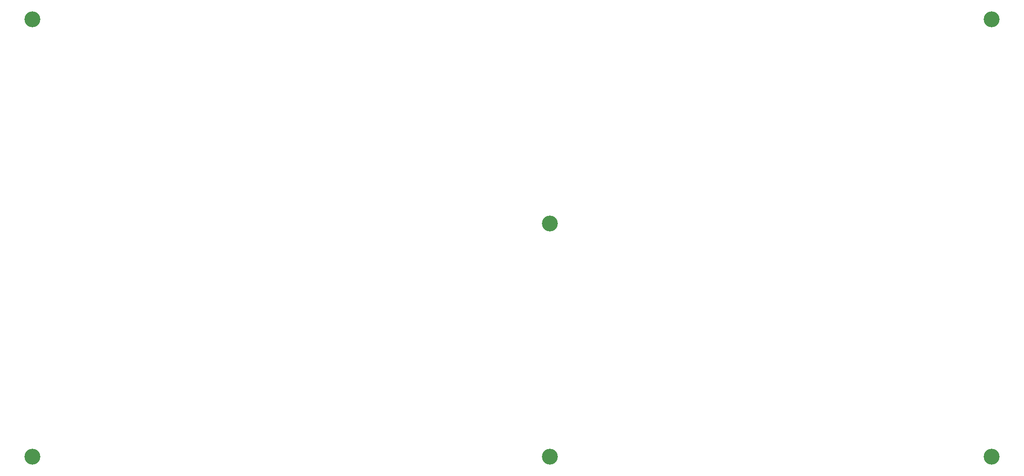
<source format=gbr>
%TF.GenerationSoftware,KiCad,Pcbnew,(6.0.4)*%
%TF.CreationDate,2022-06-27T13:40:26+01:00*%
%TF.ProjectId,MiniFighter Lite,4d696e69-4669-4676-9874-6572204c6974,rev?*%
%TF.SameCoordinates,Original*%
%TF.FileFunction,Soldermask,Bot*%
%TF.FilePolarity,Negative*%
%FSLAX46Y46*%
G04 Gerber Fmt 4.6, Leading zero omitted, Abs format (unit mm)*
G04 Created by KiCad (PCBNEW (6.0.4)) date 2022-06-27 13:40:26*
%MOMM*%
%LPD*%
G01*
G04 APERTURE LIST*
%ADD10C,3.200000*%
G04 APERTURE END LIST*
D10*
%TO.C,M3.1*%
X129540000Y-82000000D03*
%TD*%
%TO.C,M3.4*%
X322580000Y-170180000D03*
%TD*%
%TO.C,M3.6*%
X233680000Y-123190000D03*
%TD*%
%TO.C,M3.3*%
X129540000Y-170180000D03*
%TD*%
%TO.C,M3.5*%
X233680000Y-170180000D03*
%TD*%
%TO.C,M3.2*%
X322580000Y-82000000D03*
%TD*%
M02*

</source>
